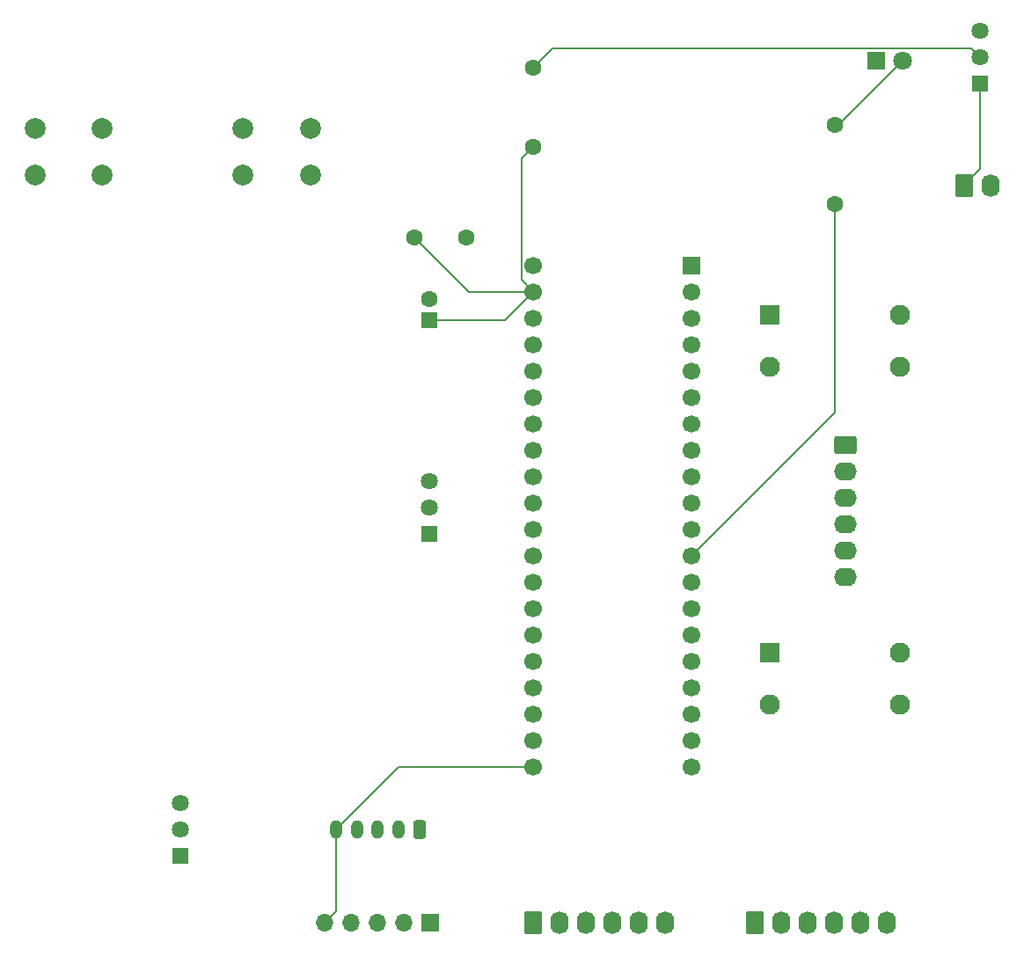
<source format=gbl>
%TF.GenerationSoftware,KiCad,Pcbnew,9.0.6*%
%TF.CreationDate,2025-12-09T15:58:13+01:00*%
%TF.ProjectId,STR500_v1,53545235-3030-45f7-9631-2e6b69636164,rev?*%
%TF.SameCoordinates,Original*%
%TF.FileFunction,Copper,L4,Bot*%
%TF.FilePolarity,Positive*%
%FSLAX46Y46*%
G04 Gerber Fmt 4.6, Leading zero omitted, Abs format (unit mm)*
G04 Created by KiCad (PCBNEW 9.0.6) date 2025-12-09 15:58:13*
%MOMM*%
%LPD*%
G01*
G04 APERTURE LIST*
G04 Aperture macros list*
%AMRoundRect*
0 Rectangle with rounded corners*
0 $1 Rounding radius*
0 $2 $3 $4 $5 $6 $7 $8 $9 X,Y pos of 4 corners*
0 Add a 4 corners polygon primitive as box body*
4,1,4,$2,$3,$4,$5,$6,$7,$8,$9,$2,$3,0*
0 Add four circle primitives for the rounded corners*
1,1,$1+$1,$2,$3*
1,1,$1+$1,$4,$5*
1,1,$1+$1,$6,$7*
1,1,$1+$1,$8,$9*
0 Add four rect primitives between the rounded corners*
20,1,$1+$1,$2,$3,$4,$5,0*
20,1,$1+$1,$4,$5,$6,$7,0*
20,1,$1+$1,$6,$7,$8,$9,0*
20,1,$1+$1,$8,$9,$2,$3,0*%
G04 Aperture macros list end*
%TA.AperFunction,ComponentPad*%
%ADD10C,1.600000*%
%TD*%
%TA.AperFunction,ComponentPad*%
%ADD11O,1.740000X2.190000*%
%TD*%
%TA.AperFunction,ComponentPad*%
%ADD12RoundRect,0.250000X-0.620000X-0.845000X0.620000X-0.845000X0.620000X0.845000X-0.620000X0.845000X0*%
%TD*%
%TA.AperFunction,ComponentPad*%
%ADD13C,1.635000*%
%TD*%
%TA.AperFunction,ComponentPad*%
%ADD14R,1.635000X1.635000*%
%TD*%
%TA.AperFunction,ComponentPad*%
%ADD15R,1.950000X1.950000*%
%TD*%
%TA.AperFunction,ComponentPad*%
%ADD16C,1.950000*%
%TD*%
%TA.AperFunction,ComponentPad*%
%ADD17C,2.000000*%
%TD*%
%TA.AperFunction,ComponentPad*%
%ADD18C,1.800000*%
%TD*%
%TA.AperFunction,ComponentPad*%
%ADD19R,1.800000X1.800000*%
%TD*%
%TA.AperFunction,ComponentPad*%
%ADD20R,1.700000X1.700000*%
%TD*%
%TA.AperFunction,ComponentPad*%
%ADD21RoundRect,0.250000X0.350000X0.650000X-0.350000X0.650000X-0.350000X-0.650000X0.350000X-0.650000X0*%
%TD*%
%TA.AperFunction,ComponentPad*%
%ADD22O,1.700000X1.700000*%
%TD*%
%TA.AperFunction,ComponentPad*%
%ADD23O,1.200000X1.800000*%
%TD*%
%TA.AperFunction,ComponentPad*%
%ADD24RoundRect,0.250000X0.550000X-0.550000X0.550000X0.550000X-0.550000X0.550000X-0.550000X-0.550000X0*%
%TD*%
%TA.AperFunction,ComponentPad*%
%ADD25C,1.700000*%
%TD*%
%TA.AperFunction,ComponentPad*%
%ADD26RoundRect,0.250000X-0.845000X0.620000X-0.845000X-0.620000X0.845000X-0.620000X0.845000X0.620000X0*%
%TD*%
%TA.AperFunction,ComponentPad*%
%ADD27O,2.190000X1.740000*%
%TD*%
%TA.AperFunction,Conductor*%
%ADD28C,0.200000*%
%TD*%
G04 APERTURE END LIST*
D10*
%TO.P,C2,1*%
%TO.N,+5V*%
X107500000Y-62000000D03*
%TO.P,C2,2*%
%TO.N,GND*%
X112500000Y-62000000D03*
%TD*%
D11*
%TO.P,J8,TN2*%
%TO.N,/inL*%
X153000000Y-128000000D03*
%TO.P,J8,TN1*%
%TO.N,unconnected-(J8-PadTN1)*%
X145380000Y-128000000D03*
%TO.P,J8,T2*%
%TO.N,/inR*%
X150460000Y-128000000D03*
%TO.P,J8,T1*%
%TO.N,/inL*%
X142840000Y-128000000D03*
%TO.P,J8,S2*%
%TO.N,GND*%
X147920000Y-128000000D03*
D12*
%TO.P,J8,S1*%
X140300000Y-128000000D03*
%TD*%
D11*
%TO.P,J10,TN2*%
%TO.N,/outL*%
X131620000Y-128000000D03*
%TO.P,J10,TN1*%
%TO.N,unconnected-(J10-PadTN1)*%
X124000000Y-128000000D03*
%TO.P,J10,T2*%
%TO.N,/outR*%
X129080000Y-128000000D03*
%TO.P,J10,T1*%
%TO.N,/outL*%
X121460000Y-128000000D03*
%TO.P,J10,S2*%
%TO.N,GND*%
X126540000Y-128000000D03*
D12*
%TO.P,J10,S1*%
X118920000Y-128000000D03*
%TD*%
D13*
%TO.P,SW1,3*%
%TO.N,N/C*%
X109000000Y-85460000D03*
%TO.P,SW1,2,B*%
%TO.N,/Sw1*%
X109000000Y-88000000D03*
D14*
%TO.P,SW1,1,A*%
%TO.N,GND*%
X109000000Y-90540000D03*
%TD*%
D13*
%TO.P,SW2,3*%
%TO.N,N/C*%
X162000000Y-42155000D03*
%TO.P,SW2,2,B*%
%TO.N,Net-(D1-A)*%
X162000000Y-44695000D03*
D14*
%TO.P,SW2,1,A*%
%TO.N,Net-(SW2-A)*%
X162000000Y-47235000D03*
%TD*%
D13*
%TO.P,SW3,3*%
%TO.N,N/C*%
X85000000Y-116460000D03*
%TO.P,SW3,2,B*%
%TO.N,/Sw2*%
X85000000Y-119000000D03*
D14*
%TO.P,SW3,1,A*%
%TO.N,GND*%
X85000000Y-121540000D03*
%TD*%
D15*
%TO.P,BT4,1,A*%
%TO.N,GND*%
X141750000Y-102000000D03*
D16*
X154250000Y-102000000D03*
%TO.P,BT4,2,B*%
%TO.N,Net-(BT4-B)*%
X141750000Y-107000000D03*
X154250000Y-107000000D03*
%TD*%
D15*
%TO.P,BT2,1,A*%
%TO.N,GND*%
X141750000Y-69500000D03*
D16*
X154250000Y-69500000D03*
%TO.P,BT2,2,B*%
%TO.N,Net-(BT2-B)*%
X141750000Y-74500000D03*
X154250000Y-74500000D03*
%TD*%
D17*
%TO.P,BT3,1,A*%
%TO.N,GND*%
X91000000Y-51500000D03*
X97500000Y-51500000D03*
%TO.P,BT3,2,B*%
%TO.N,/BT2*%
X91000000Y-56000000D03*
X97500000Y-56000000D03*
%TD*%
%TO.P,BT1,1,A*%
%TO.N,GND*%
X71000000Y-51500000D03*
X77500000Y-51500000D03*
%TO.P,BT1,2,B*%
%TO.N,/BT1*%
X71000000Y-56000000D03*
X77500000Y-56000000D03*
%TD*%
D18*
%TO.P,LED1,2,A*%
%TO.N,Net-(LED1-A)*%
X154540000Y-45000000D03*
D19*
%TO.P,LED1,1,K*%
%TO.N,GND*%
X152000000Y-45000000D03*
%TD*%
D20*
%TO.P,GameTrak1,1,1*%
%TO.N,GND*%
X109080000Y-128000000D03*
D21*
X108000000Y-119000000D03*
D22*
%TO.P,GameTrak1,2,2*%
%TO.N,/Pot0*%
X106540000Y-128000000D03*
D23*
X106000000Y-119000000D03*
%TO.P,GameTrak1,3,3*%
%TO.N,/Pot1*%
X104000000Y-119000000D03*
D22*
X104000000Y-128000000D03*
D23*
%TO.P,GameTrak1,4,4*%
%TO.N,/Pot2*%
X102000000Y-119000000D03*
D22*
X101460000Y-128000000D03*
D23*
%TO.P,GameTrak1,5,5*%
%TO.N,+3.3V*%
X100000000Y-119000000D03*
D22*
X98920000Y-128000000D03*
%TD*%
D10*
%TO.P,C1,2*%
%TO.N,GND*%
X109000000Y-68000000D03*
D24*
%TO.P,C1,1*%
%TO.N,+5V*%
X109000000Y-70000000D03*
%TD*%
D10*
%TO.P,R1,1*%
%TO.N,Net-(LED1-A)*%
X148000000Y-51190000D03*
%TO.P,R1,2*%
%TO.N,/LED*%
X148000000Y-58810000D03*
%TD*%
D20*
%TO.P,A1,1,USB_ID*%
%TO.N,unconnected-(A1-USB_ID-Pad1)*%
X134240000Y-64740000D03*
D25*
%TO.P,A1,2,SD_DATA_3*%
%TO.N,/Sw1*%
X134240000Y-67280000D03*
%TO.P,A1,3,SD_DATA_2*%
%TO.N,/Sw2*%
X134240000Y-69820000D03*
%TO.P,A1,4,SD_DATA_1*%
%TO.N,/BT1*%
X134240000Y-72360000D03*
%TO.P,A1,5,SD_DATA_0*%
%TO.N,/BT2*%
X134240000Y-74900000D03*
%TO.P,A1,6,SD_CMD*%
%TO.N,/BT3*%
X134240000Y-77440000D03*
%TO.P,A1,7,SD_CLK*%
%TO.N,/BT4*%
X134240000Y-79980000D03*
%TO.P,A1,8,SPI1_CS*%
%TO.N,unconnected-(A1-SPI1_CS-Pad8)*%
X134240000Y-82520000D03*
%TO.P,A1,9,SPI1_SCK*%
%TO.N,unconnected-(A1-SPI1_SCK-Pad9)*%
X134240000Y-85060000D03*
%TO.P,A1,10,SPI1_POCI*%
%TO.N,unconnected-(A1-SPI1_POCI-Pad10)*%
X134240000Y-87600000D03*
%TO.P,A1,11,SPI1_PICO*%
%TO.N,unconnected-(A1-SPI1_PICO-Pad11)*%
X134240000Y-90140000D03*
%TO.P,A1,12,I2C1_SCL*%
%TO.N,/LED*%
X134240000Y-92680000D03*
%TO.P,A1,13,I2C1_SDA*%
%TO.N,unconnected-(A1-I2C1_SDA-Pad13)*%
X134240000Y-95220000D03*
%TO.P,A1,14,USART1_TX*%
%TO.N,unconnected-(A1-USART1_TX-Pad14)*%
X134240000Y-97760000D03*
%TO.P,A1,15,USART1_RX*%
%TO.N,unconnected-(A1-USART1_RX-Pad15)*%
X134240000Y-100300000D03*
%TO.P,A1,16,AUDIO_IN_1*%
%TO.N,/inL*%
X134240000Y-102840000D03*
%TO.P,A1,17,AUDIO_IN_2*%
%TO.N,/inR*%
X134240000Y-105380000D03*
%TO.P,A1,18,AUDIO_OUT_1*%
%TO.N,/outL*%
X134240000Y-107920000D03*
%TO.P,A1,19,AUDIO_OUT_2*%
%TO.N,/outR*%
X134240000Y-110460000D03*
%TO.P,A1,20,AGND*%
%TO.N,GND*%
X134240000Y-113000000D03*
%TO.P,A1,21,3V3_A*%
%TO.N,+3.3V*%
X119000000Y-113000000D03*
%TO.P,A1,22,ADC_0*%
%TO.N,/Pot0*%
X119000000Y-110460000D03*
%TO.P,A1,23,ADC_1*%
%TO.N,/Pot1*%
X119000000Y-107920000D03*
%TO.P,A1,24,ADC_2*%
%TO.N,/Pot2*%
X119000000Y-105380000D03*
%TO.P,A1,25,ADC_3*%
%TO.N,unconnected-(A1-ADC_3-Pad25)*%
X119000000Y-102840000D03*
%TO.P,A1,26,ADC_4*%
%TO.N,unconnected-(A1-ADC_4-Pad26)*%
X119000000Y-100300000D03*
%TO.P,A1,27,ADC_5*%
%TO.N,unconnected-(A1-ADC_5-Pad27)*%
X119000000Y-97760000D03*
%TO.P,A1,28,ADC_6*%
%TO.N,unconnected-(A1-ADC_6-Pad28)*%
X119000000Y-95220000D03*
%TO.P,A1,29,DAC_OUT2*%
%TO.N,unconnected-(A1-DAC_OUT2-Pad29)*%
X119000000Y-92680000D03*
%TO.P,A1,30,DAC_OUT1*%
%TO.N,unconnected-(A1-DAC_OUT1-Pad30)*%
X119000000Y-90140000D03*
%TO.P,A1,31,SAI2_MCLK*%
%TO.N,unconnected-(A1-SAI2_MCLK-Pad31)*%
X119000000Y-87600000D03*
%TO.P,A1,32,SAI2_SD_B*%
%TO.N,unconnected-(A1-SAI2_SD_B-Pad32)*%
X119000000Y-85060000D03*
%TO.P,A1,33,SAI2_SD_A*%
%TO.N,unconnected-(A1-SAI2_SD_A-Pad33)*%
X119000000Y-82520000D03*
%TO.P,A1,34,SAI2_FS*%
%TO.N,unconnected-(A1-SAI2_FS-Pad34)*%
X119000000Y-79980000D03*
%TO.P,A1,35,SAI2_SCK*%
%TO.N,unconnected-(A1-SAI2_SCK-Pad35)*%
X119000000Y-77440000D03*
%TO.P,A1,36,USB_D_-*%
%TO.N,unconnected-(A1-USB_D_--Pad36)*%
X119000000Y-74900000D03*
%TO.P,A1,37,USB_D_+*%
%TO.N,unconnected-(A1-USB_D_+-Pad37)*%
X119000000Y-72360000D03*
%TO.P,A1,38,3V3_D*%
%TO.N,unconnected-(A1-3V3_D-Pad38)*%
X119000000Y-69820000D03*
%TO.P,A1,39,VIN*%
%TO.N,+5V*%
X119000000Y-67280000D03*
%TO.P,A1,40,DGND*%
%TO.N,GND*%
X119000000Y-64740000D03*
%TD*%
D12*
%TO.P,J1,1*%
%TO.N,Net-(SW2-A)*%
X160460000Y-57000000D03*
D11*
%TO.P,J1,2*%
%TO.N,GND*%
X163000000Y-57000000D03*
%TD*%
D10*
%TO.P,D1,1,K*%
%TO.N,+5V*%
X118971384Y-53296032D03*
%TO.P,D1,2,A*%
%TO.N,Net-(D1-A)*%
X118971384Y-45676032D03*
%TD*%
D26*
%TO.P,J9,S1*%
%TO.N,GND*%
X149000000Y-82000000D03*
D27*
%TO.P,J9,S2*%
X149000000Y-89620000D03*
%TO.P,J9,T1*%
%TO.N,/BT3*%
X149000000Y-84540000D03*
%TO.P,J9,T2*%
%TO.N,/BT4*%
X149000000Y-92160000D03*
%TO.P,J9,TN1*%
%TO.N,Net-(BT2-B)*%
X149000000Y-87080000D03*
%TO.P,J9,TN2*%
%TO.N,Net-(BT4-B)*%
X149000000Y-94700000D03*
%TD*%
D28*
%TO.N,+5V*%
X107500000Y-62000000D02*
X112780000Y-67280000D01*
X112780000Y-67280000D02*
X119000000Y-67280000D01*
%TO.N,Net-(D1-A)*%
X118971384Y-45676032D02*
X120848416Y-43799000D01*
X120848416Y-43799000D02*
X161104000Y-43799000D01*
X161104000Y-43799000D02*
X162000000Y-44695000D01*
%TO.N,+5V*%
X118971384Y-53296032D02*
X117849000Y-54418416D01*
X117849000Y-54418416D02*
X117849000Y-66129000D01*
X117849000Y-66129000D02*
X119000000Y-67280000D01*
%TO.N,Net-(SW2-A)*%
X162000000Y-47235000D02*
X162000000Y-55460000D01*
X162000000Y-55460000D02*
X160460000Y-57000000D01*
%TO.N,+3.3V*%
X100000000Y-119000000D02*
X100000000Y-126920000D01*
X100000000Y-126920000D02*
X98920000Y-128000000D01*
X100000000Y-119000000D02*
X106000000Y-113000000D01*
X106000000Y-113000000D02*
X119000000Y-113000000D01*
%TO.N,+5V*%
X119000000Y-67280000D02*
X116280000Y-70000000D01*
X116280000Y-70000000D02*
X109000000Y-70000000D01*
%TO.N,/LED*%
X148000000Y-58810000D02*
X148000000Y-78920000D01*
X148000000Y-78920000D02*
X134240000Y-92680000D01*
%TO.N,Net-(LED1-A)*%
X154540000Y-45000000D02*
X148350000Y-51190000D01*
X148350000Y-51190000D02*
X148000000Y-51190000D01*
%TD*%
M02*

</source>
